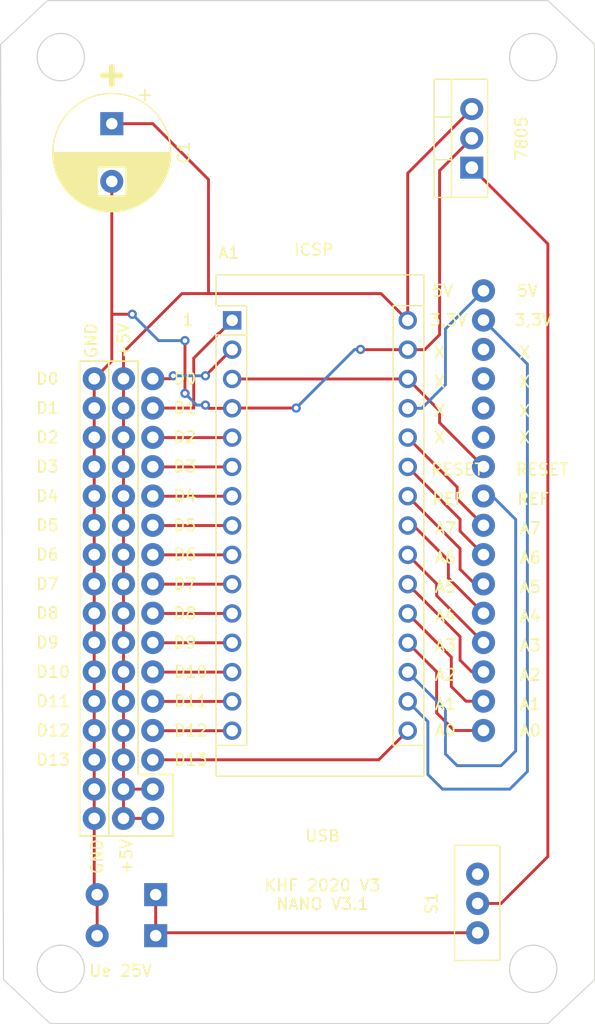
<source format=kicad_pcb>
(kicad_pcb (version 20171130) (host pcbnew "(5.1.6)-1")

  (general
    (thickness 1.6)
    (drawings 91)
    (tracks 167)
    (zones 0)
    (modules 10)
    (nets 36)
  )

  (page A4)
  (layers
    (0 F.Cu signal)
    (31 B.Cu signal)
    (32 B.Adhes user)
    (33 F.Adhes user)
    (34 B.Paste user)
    (35 F.Paste user)
    (36 B.SilkS user)
    (37 F.SilkS user)
    (38 B.Mask user)
    (39 F.Mask user)
    (40 Dwgs.User user)
    (41 Cmts.User user)
    (42 Eco1.User user)
    (43 Eco2.User user)
    (44 Edge.Cuts user)
    (45 Margin user)
    (46 B.CrtYd user)
    (47 F.CrtYd user)
    (48 B.Fab user)
    (49 F.Fab user)
  )

  (setup
    (last_trace_width 0.25)
    (trace_clearance 0.2)
    (zone_clearance 0.508)
    (zone_45_only no)
    (trace_min 0.2)
    (via_size 0.8)
    (via_drill 0.4)
    (via_min_size 0.4)
    (via_min_drill 0.3)
    (uvia_size 0.3)
    (uvia_drill 0.1)
    (uvias_allowed no)
    (uvia_min_size 0.2)
    (uvia_min_drill 0.1)
    (edge_width 0.1)
    (segment_width 0.2)
    (pcb_text_width 0.3)
    (pcb_text_size 1.5 1.5)
    (mod_edge_width 0.15)
    (mod_text_size 1 1)
    (mod_text_width 0.15)
    (pad_size 2 2)
    (pad_drill 1)
    (pad_to_mask_clearance 0)
    (aux_axis_origin 0 0)
    (visible_elements 7FFFFFFF)
    (pcbplotparams
      (layerselection 0x010fc_ffffffff)
      (usegerberextensions false)
      (usegerberattributes true)
      (usegerberadvancedattributes true)
      (creategerberjobfile true)
      (excludeedgelayer true)
      (linewidth 0.100000)
      (plotframeref false)
      (viasonmask false)
      (mode 1)
      (useauxorigin false)
      (hpglpennumber 1)
      (hpglpenspeed 20)
      (hpglpendiameter 15.000000)
      (psnegative false)
      (psa4output false)
      (plotreference true)
      (plotvalue true)
      (plotinvisibletext false)
      (padsonsilk false)
      (subtractmaskfromsilk false)
      (outputformat 1)
      (mirror false)
      (drillshape 0)
      (scaleselection 1)
      (outputdirectory "../../gerber/NANO_V3/"))
  )

  (net 0 "")
  (net 1 "Net-(A1-Pad1)")
  (net 2 "Net-(A1-Pad17)")
  (net 3 "Net-(A1-Pad2)")
  (net 4 "Net-(A1-Pad18)")
  (net 5 "Net-(A1-Pad28)")
  (net 6 "Net-(A1-Pad19)")
  (net 7 "Net-(A1-Pad29)")
  (net 8 "Net-(A1-Pad20)")
  (net 9 "Net-(A1-Pad5)")
  (net 10 "Net-(A1-Pad21)")
  (net 11 "Net-(A1-Pad6)")
  (net 12 "Net-(A1-Pad22)")
  (net 13 "Net-(A1-Pad7)")
  (net 14 "Net-(A1-Pad23)")
  (net 15 "Net-(A1-Pad8)")
  (net 16 "Net-(A1-Pad24)")
  (net 17 "Net-(A1-Pad9)")
  (net 18 "Net-(A1-Pad25)")
  (net 19 "Net-(A1-Pad10)")
  (net 20 "Net-(A1-Pad26)")
  (net 21 "Net-(A1-Pad11)")
  (net 22 "Net-(A1-Pad27)")
  (net 23 "Net-(A1-Pad12)")
  (net 24 "Net-(A1-Pad13)")
  (net 25 "Net-(A1-Pad14)")
  (net 26 "Net-(A1-Pad30)")
  (net 27 "Net-(A1-Pad15)")
  (net 28 "Net-(A1-Pad16)")
  (net 29 "Net-(J4-Pad11)")
  (net 30 "Net-(J4-Pad12)")
  (net 31 "Net-(J4-Pad13)")
  (net 32 "Net-(J4-Pad14)")
  (net 33 "Net-(S1-Pad1)")
  (net 34 "Net-(S1-Pad2)")
  (net 35 "Net-(S1-Pad3)")

  (net_class Default "Dies ist die voreingestellte Netzklasse."
    (clearance 0.2)
    (trace_width 0.25)
    (via_dia 0.8)
    (via_drill 0.4)
    (uvia_dia 0.3)
    (uvia_drill 0.1)
    (add_net "Net-(A1-Pad1)")
    (add_net "Net-(A1-Pad10)")
    (add_net "Net-(A1-Pad11)")
    (add_net "Net-(A1-Pad12)")
    (add_net "Net-(A1-Pad13)")
    (add_net "Net-(A1-Pad14)")
    (add_net "Net-(A1-Pad15)")
    (add_net "Net-(A1-Pad16)")
    (add_net "Net-(A1-Pad17)")
    (add_net "Net-(A1-Pad18)")
    (add_net "Net-(A1-Pad19)")
    (add_net "Net-(A1-Pad2)")
    (add_net "Net-(A1-Pad20)")
    (add_net "Net-(A1-Pad21)")
    (add_net "Net-(A1-Pad22)")
    (add_net "Net-(A1-Pad23)")
    (add_net "Net-(A1-Pad24)")
    (add_net "Net-(A1-Pad25)")
    (add_net "Net-(A1-Pad26)")
    (add_net "Net-(A1-Pad27)")
    (add_net "Net-(A1-Pad28)")
    (add_net "Net-(A1-Pad29)")
    (add_net "Net-(A1-Pad30)")
    (add_net "Net-(A1-Pad5)")
    (add_net "Net-(A1-Pad6)")
    (add_net "Net-(A1-Pad7)")
    (add_net "Net-(A1-Pad8)")
    (add_net "Net-(A1-Pad9)")
    (add_net "Net-(J4-Pad11)")
    (add_net "Net-(J4-Pad12)")
    (add_net "Net-(J4-Pad13)")
    (add_net "Net-(J4-Pad14)")
    (add_net "Net-(S1-Pad1)")
    (add_net "Net-(S1-Pad2)")
    (add_net "Net-(S1-Pad3)")
  )

  (module KHF_LIB:NANO_Stift_16PIN (layer F.Cu) (tedit 5FA541F1) (tstamp 5FA5A595)
    (at 125.984 70.866 270)
    (descr NANO_Stift_16PIN)
    (tags "connector TE 826576 vertical")
    (path /5FEB9625)
    (fp_text reference J3 (at 38.1 -0.254 90) (layer Dwgs.User)
      (effects (font (size 1 1) (thickness 0.15)))
    )
    (fp_text value NANO16PINStiftleiste (at -8.89 0 90) (layer F.Fab)
      (effects (font (size 1 1) (thickness 0.15)))
    )
    (fp_text user %R (at 44.704 4.826 90) (layer F.Fab)
      (effects (font (size 1 1) (thickness 0.15)))
    )
    (pad 16 thru_hole circle (at 38.1 0 270) (size 2 2) (drill 1) (layers *.Cu *.Mask)
      (net 26 "Net-(A1-Pad30)"))
    (pad 15 thru_hole circle (at 35.56 0 270) (size 2 2) (drill 1) (layers *.Cu *.Mask)
      (net 26 "Net-(A1-Pad30)"))
    (pad 14 thru_hole circle (at 33.02 0 270) (size 2 2) (drill 1) (layers *.Cu *.Mask)
      (net 28 "Net-(A1-Pad16)"))
    (pad 13 thru_hole circle (at 30.48 0 270) (size 2 2) (drill 1) (layers *.Cu *.Mask)
      (net 27 "Net-(A1-Pad15)"))
    (pad 12 thru_hole circle (at 27.94 0 270) (size 2 2) (drill 1) (layers *.Cu *.Mask)
      (net 25 "Net-(A1-Pad14)"))
    (pad 11 thru_hole circle (at 25.4 0 270) (size 2 2) (drill 1) (layers *.Cu *.Mask)
      (net 24 "Net-(A1-Pad13)"))
    (pad 10 thru_hole circle (at 22.86 0 270) (size 2 2) (drill 1) (layers *.Cu *.Mask)
      (net 23 "Net-(A1-Pad12)"))
    (pad 9 thru_hole circle (at 20.32 0 270) (size 2 2) (drill 1) (layers *.Cu *.Mask)
      (net 21 "Net-(A1-Pad11)"))
    (pad 8 thru_hole circle (at 17.78 0 270) (size 2 2) (drill 1) (layers *.Cu *.Mask)
      (net 19 "Net-(A1-Pad10)"))
    (pad 7 thru_hole circle (at 15.24 0 270) (size 2 2) (drill 1) (layers *.Cu *.Mask)
      (net 17 "Net-(A1-Pad9)"))
    (pad 6 thru_hole circle (at 12.7 0 270) (size 2 2) (drill 1) (layers *.Cu *.Mask)
      (net 15 "Net-(A1-Pad8)"))
    (pad 5 thru_hole circle (at 10.16 0 270) (size 2 2) (drill 1) (layers *.Cu *.Mask)
      (net 13 "Net-(A1-Pad7)"))
    (pad 4 thru_hole circle (at 7.62 0 270) (size 2 2) (drill 1) (layers *.Cu *.Mask)
      (net 11 "Net-(A1-Pad6)"))
    (pad 3 thru_hole circle (at 5.08 0 270) (size 2 2) (drill 1) (layers *.Cu *.Mask)
      (net 9 "Net-(A1-Pad5)"))
    (pad 2 thru_hole circle (at 2.54 0 270) (size 2 2) (drill 1) (layers *.Cu *.Mask)
      (net 1 "Net-(A1-Pad1)"))
    (pad 1 thru_hole circle (at 0 0 270) (size 2 2) (drill 1) (layers *.Cu *.Mask)
      (net 3 "Net-(A1-Pad2)"))
    (model ${KISYS3DMOD}/Connector_TE-Connectivity.3dshapes/TE_1-826576-6_1x16_P3.96mm_Vertical.wrl
      (at (xyz 0 0 0))
      (scale (xyz 1 1 1))
      (rotate (xyz 0 0 0))
    )
  )

  (module KHF_LIB:9VBAT_khf (layer F.Cu) (tedit 5FA537F4) (tstamp 5FA5A899)
    (at 121.158 119.126)
    (descr "9V Bat")
    (path /5F786F8E)
    (fp_text reference U3 (at 0 0.254) (layer Dwgs.User)
      (effects (font (size 1 1) (thickness 0.15)))
    )
    (fp_text value 9VBat (at 2.794 0) (layer Dwgs.User)
      (effects (font (size 1 1) (thickness 0.15)))
    )
    (pad 2 thru_hole rect (at 5.08 0) (size 2 2) (drill 1) (layers *.Cu *.Mask)
      (net 33 "Net-(S1-Pad1)"))
    (pad 1 thru_hole circle (at 0 0) (size 2 2) (drill 1) (layers *.Cu *.Mask)
      (net 7 "Net-(A1-Pad29)"))
  )

  (module Module:Arduino_Nano (layer F.Cu) (tedit 58ACAF70) (tstamp 5FA599C5)
    (at 132.873001 65.807001)
    (descr "Arduino Nano, http://www.mouser.com/pdfdocs/Gravitech_Arduino_Nano3_0.pdf")
    (tags "Arduino Nano")
    (path /5F78454D)
    (fp_text reference A1 (at -0.285001 -5.863001) (layer F.SilkS)
      (effects (font (size 1 1) (thickness 0.15)))
    )
    (fp_text value Arduino_Nano_v3.x (at 8.89 19.05 90) (layer F.Fab)
      (effects (font (size 1 1) (thickness 0.15)))
    )
    (fp_line (start 16.75 42.16) (end -1.53 42.16) (layer F.CrtYd) (width 0.05))
    (fp_line (start 16.75 42.16) (end 16.75 -4.06) (layer F.CrtYd) (width 0.05))
    (fp_line (start -1.53 -4.06) (end -1.53 42.16) (layer F.CrtYd) (width 0.05))
    (fp_line (start -1.53 -4.06) (end 16.75 -4.06) (layer F.CrtYd) (width 0.05))
    (fp_line (start 16.51 -3.81) (end 16.51 39.37) (layer F.Fab) (width 0.1))
    (fp_line (start 0 -3.81) (end 16.51 -3.81) (layer F.Fab) (width 0.1))
    (fp_line (start -1.27 -2.54) (end 0 -3.81) (layer F.Fab) (width 0.1))
    (fp_line (start -1.27 39.37) (end -1.27 -2.54) (layer F.Fab) (width 0.1))
    (fp_line (start 16.51 39.37) (end -1.27 39.37) (layer F.Fab) (width 0.1))
    (fp_line (start 16.64 -3.94) (end -1.4 -3.94) (layer F.SilkS) (width 0.12))
    (fp_line (start 16.64 39.5) (end 16.64 -3.94) (layer F.SilkS) (width 0.12))
    (fp_line (start -1.4 39.5) (end 16.64 39.5) (layer F.SilkS) (width 0.12))
    (fp_line (start 3.81 41.91) (end 3.81 31.75) (layer F.Fab) (width 0.1))
    (fp_line (start 11.43 41.91) (end 3.81 41.91) (layer F.Fab) (width 0.1))
    (fp_line (start 11.43 31.75) (end 11.43 41.91) (layer F.Fab) (width 0.1))
    (fp_line (start 3.81 31.75) (end 11.43 31.75) (layer F.Fab) (width 0.1))
    (fp_line (start 1.27 36.83) (end -1.4 36.83) (layer F.SilkS) (width 0.12))
    (fp_line (start 1.27 1.27) (end 1.27 36.83) (layer F.SilkS) (width 0.12))
    (fp_line (start 1.27 1.27) (end -1.4 1.27) (layer F.SilkS) (width 0.12))
    (fp_line (start 13.97 36.83) (end 16.64 36.83) (layer F.SilkS) (width 0.12))
    (fp_line (start 13.97 -1.27) (end 13.97 36.83) (layer F.SilkS) (width 0.12))
    (fp_line (start 13.97 -1.27) (end 16.64 -1.27) (layer F.SilkS) (width 0.12))
    (fp_line (start -1.4 -3.94) (end -1.4 -1.27) (layer F.SilkS) (width 0.12))
    (fp_line (start -1.4 1.27) (end -1.4 39.5) (layer F.SilkS) (width 0.12))
    (fp_line (start 1.27 -1.27) (end -1.4 -1.27) (layer F.SilkS) (width 0.12))
    (fp_line (start 1.27 1.27) (end 1.27 -1.27) (layer F.SilkS) (width 0.12))
    (fp_text user %R (at 6.35 19.05 90) (layer F.Fab)
      (effects (font (size 1 1) (thickness 0.15)))
    )
    (pad 1 thru_hole rect (at 0 0) (size 1.6 1.6) (drill 1) (layers *.Cu *.Mask)
      (net 1 "Net-(A1-Pad1)"))
    (pad 17 thru_hole oval (at 15.24 33.02) (size 1.6 1.6) (drill 1) (layers *.Cu *.Mask)
      (net 2 "Net-(A1-Pad17)"))
    (pad 2 thru_hole oval (at 0 2.54) (size 1.6 1.6) (drill 1) (layers *.Cu *.Mask)
      (net 3 "Net-(A1-Pad2)"))
    (pad 18 thru_hole oval (at 15.24 30.48) (size 1.6 1.6) (drill 1) (layers *.Cu *.Mask)
      (net 4 "Net-(A1-Pad18)"))
    (pad 3 thru_hole oval (at 0 5.08) (size 1.6 1.6) (drill 1) (layers *.Cu *.Mask)
      (net 5 "Net-(A1-Pad28)"))
    (pad 19 thru_hole oval (at 15.24 27.94) (size 1.6 1.6) (drill 1) (layers *.Cu *.Mask)
      (net 6 "Net-(A1-Pad19)"))
    (pad 4 thru_hole oval (at 0 7.62) (size 1.6 1.6) (drill 1) (layers *.Cu *.Mask)
      (net 7 "Net-(A1-Pad29)"))
    (pad 20 thru_hole oval (at 15.24 25.4) (size 1.6 1.6) (drill 1) (layers *.Cu *.Mask)
      (net 8 "Net-(A1-Pad20)"))
    (pad 5 thru_hole oval (at 0 10.16) (size 1.6 1.6) (drill 1) (layers *.Cu *.Mask)
      (net 9 "Net-(A1-Pad5)"))
    (pad 21 thru_hole oval (at 15.24 22.86) (size 1.6 1.6) (drill 1) (layers *.Cu *.Mask)
      (net 10 "Net-(A1-Pad21)"))
    (pad 6 thru_hole oval (at 0 12.7) (size 1.6 1.6) (drill 1) (layers *.Cu *.Mask)
      (net 11 "Net-(A1-Pad6)"))
    (pad 22 thru_hole oval (at 15.24 20.32) (size 1.6 1.6) (drill 1) (layers *.Cu *.Mask)
      (net 12 "Net-(A1-Pad22)"))
    (pad 7 thru_hole oval (at 0 15.24) (size 1.6 1.6) (drill 1) (layers *.Cu *.Mask)
      (net 13 "Net-(A1-Pad7)"))
    (pad 23 thru_hole oval (at 15.24 17.78) (size 1.6 1.6) (drill 1) (layers *.Cu *.Mask)
      (net 14 "Net-(A1-Pad23)"))
    (pad 8 thru_hole oval (at 0 17.78) (size 1.6 1.6) (drill 1) (layers *.Cu *.Mask)
      (net 15 "Net-(A1-Pad8)"))
    (pad 24 thru_hole oval (at 15.24 15.24) (size 1.6 1.6) (drill 1) (layers *.Cu *.Mask)
      (net 16 "Net-(A1-Pad24)"))
    (pad 9 thru_hole oval (at 0 20.32) (size 1.6 1.6) (drill 1) (layers *.Cu *.Mask)
      (net 17 "Net-(A1-Pad9)"))
    (pad 25 thru_hole oval (at 15.24 12.7) (size 1.6 1.6) (drill 1) (layers *.Cu *.Mask)
      (net 18 "Net-(A1-Pad25)"))
    (pad 10 thru_hole oval (at 0 22.86) (size 1.6 1.6) (drill 1) (layers *.Cu *.Mask)
      (net 19 "Net-(A1-Pad10)"))
    (pad 26 thru_hole oval (at 15.24 10.16) (size 1.6 1.6) (drill 1) (layers *.Cu *.Mask)
      (net 20 "Net-(A1-Pad26)"))
    (pad 11 thru_hole oval (at 0 25.4) (size 1.6 1.6) (drill 1) (layers *.Cu *.Mask)
      (net 21 "Net-(A1-Pad11)"))
    (pad 27 thru_hole oval (at 15.24 7.62) (size 1.6 1.6) (drill 1) (layers *.Cu *.Mask)
      (net 22 "Net-(A1-Pad27)"))
    (pad 12 thru_hole oval (at 0 27.94) (size 1.6 1.6) (drill 1) (layers *.Cu *.Mask)
      (net 23 "Net-(A1-Pad12)"))
    (pad 28 thru_hole oval (at 15.24 5.08) (size 1.6 1.6) (drill 1) (layers *.Cu *.Mask)
      (net 5 "Net-(A1-Pad28)"))
    (pad 13 thru_hole oval (at 0 30.48) (size 1.6 1.6) (drill 1) (layers *.Cu *.Mask)
      (net 24 "Net-(A1-Pad13)"))
    (pad 29 thru_hole oval (at 15.24 2.54) (size 1.6 1.6) (drill 1) (layers *.Cu *.Mask)
      (net 7 "Net-(A1-Pad29)"))
    (pad 14 thru_hole oval (at 0 33.02) (size 1.6 1.6) (drill 1) (layers *.Cu *.Mask)
      (net 25 "Net-(A1-Pad14)"))
    (pad 30 thru_hole oval (at 15.24 0) (size 1.6 1.6) (drill 1) (layers *.Cu *.Mask)
      (net 26 "Net-(A1-Pad30)"))
    (pad 15 thru_hole oval (at 0 35.56) (size 1.6 1.6) (drill 1) (layers *.Cu *.Mask)
      (net 27 "Net-(A1-Pad15)"))
    (pad 16 thru_hole oval (at 15.24 35.56) (size 1.6 1.6) (drill 1) (layers *.Cu *.Mask)
      (net 28 "Net-(A1-Pad16)"))
    (model ${KISYS3DMOD}/Module.3dshapes/Arduino_Nano_WithMountingHoles.wrl
      (at (xyz 0 0 0))
      (scale (xyz 1 1 1))
      (rotate (xyz 0 0 0))
    )
  )

  (module Capacitor_THT:CP_Radial_D10.0mm_P5.00mm (layer F.Cu) (tedit 5AE50EF1) (tstamp 5FA59A91)
    (at 122.428 48.768 270)
    (descr "CP, Radial series, Radial, pin pitch=5.00mm, , diameter=10mm, Electrolytic Capacitor")
    (tags "CP Radial series Radial pin pitch 5.00mm  diameter 10mm Electrolytic Capacitor")
    (path /5FA59094)
    (fp_text reference C1 (at 2.5 -6.25 90) (layer F.SilkS)
      (effects (font (size 1 1) (thickness 0.15)))
    )
    (fp_text value CAP (at 2.5 6.25 90) (layer F.Fab)
      (effects (font (size 1 1) (thickness 0.15)))
    )
    (fp_line (start -2.479646 -3.375) (end -2.479646 -2.375) (layer F.SilkS) (width 0.12))
    (fp_line (start -2.979646 -2.875) (end -1.979646 -2.875) (layer F.SilkS) (width 0.12))
    (fp_line (start 7.581 -0.599) (end 7.581 0.599) (layer F.SilkS) (width 0.12))
    (fp_line (start 7.541 -0.862) (end 7.541 0.862) (layer F.SilkS) (width 0.12))
    (fp_line (start 7.501 -1.062) (end 7.501 1.062) (layer F.SilkS) (width 0.12))
    (fp_line (start 7.461 -1.23) (end 7.461 1.23) (layer F.SilkS) (width 0.12))
    (fp_line (start 7.421 -1.378) (end 7.421 1.378) (layer F.SilkS) (width 0.12))
    (fp_line (start 7.381 -1.51) (end 7.381 1.51) (layer F.SilkS) (width 0.12))
    (fp_line (start 7.341 -1.63) (end 7.341 1.63) (layer F.SilkS) (width 0.12))
    (fp_line (start 7.301 -1.742) (end 7.301 1.742) (layer F.SilkS) (width 0.12))
    (fp_line (start 7.261 -1.846) (end 7.261 1.846) (layer F.SilkS) (width 0.12))
    (fp_line (start 7.221 -1.944) (end 7.221 1.944) (layer F.SilkS) (width 0.12))
    (fp_line (start 7.181 -2.037) (end 7.181 2.037) (layer F.SilkS) (width 0.12))
    (fp_line (start 7.141 -2.125) (end 7.141 2.125) (layer F.SilkS) (width 0.12))
    (fp_line (start 7.101 -2.209) (end 7.101 2.209) (layer F.SilkS) (width 0.12))
    (fp_line (start 7.061 -2.289) (end 7.061 2.289) (layer F.SilkS) (width 0.12))
    (fp_line (start 7.021 -2.365) (end 7.021 2.365) (layer F.SilkS) (width 0.12))
    (fp_line (start 6.981 -2.439) (end 6.981 2.439) (layer F.SilkS) (width 0.12))
    (fp_line (start 6.941 -2.51) (end 6.941 2.51) (layer F.SilkS) (width 0.12))
    (fp_line (start 6.901 -2.579) (end 6.901 2.579) (layer F.SilkS) (width 0.12))
    (fp_line (start 6.861 -2.645) (end 6.861 2.645) (layer F.SilkS) (width 0.12))
    (fp_line (start 6.821 -2.709) (end 6.821 2.709) (layer F.SilkS) (width 0.12))
    (fp_line (start 6.781 -2.77) (end 6.781 2.77) (layer F.SilkS) (width 0.12))
    (fp_line (start 6.741 -2.83) (end 6.741 2.83) (layer F.SilkS) (width 0.12))
    (fp_line (start 6.701 -2.889) (end 6.701 2.889) (layer F.SilkS) (width 0.12))
    (fp_line (start 6.661 -2.945) (end 6.661 2.945) (layer F.SilkS) (width 0.12))
    (fp_line (start 6.621 -3) (end 6.621 3) (layer F.SilkS) (width 0.12))
    (fp_line (start 6.581 -3.054) (end 6.581 3.054) (layer F.SilkS) (width 0.12))
    (fp_line (start 6.541 -3.106) (end 6.541 3.106) (layer F.SilkS) (width 0.12))
    (fp_line (start 6.501 -3.156) (end 6.501 3.156) (layer F.SilkS) (width 0.12))
    (fp_line (start 6.461 -3.206) (end 6.461 3.206) (layer F.SilkS) (width 0.12))
    (fp_line (start 6.421 -3.254) (end 6.421 3.254) (layer F.SilkS) (width 0.12))
    (fp_line (start 6.381 -3.301) (end 6.381 3.301) (layer F.SilkS) (width 0.12))
    (fp_line (start 6.341 -3.347) (end 6.341 3.347) (layer F.SilkS) (width 0.12))
    (fp_line (start 6.301 -3.392) (end 6.301 3.392) (layer F.SilkS) (width 0.12))
    (fp_line (start 6.261 -3.436) (end 6.261 3.436) (layer F.SilkS) (width 0.12))
    (fp_line (start 6.221 1.241) (end 6.221 3.478) (layer F.SilkS) (width 0.12))
    (fp_line (start 6.221 -3.478) (end 6.221 -1.241) (layer F.SilkS) (width 0.12))
    (fp_line (start 6.181 1.241) (end 6.181 3.52) (layer F.SilkS) (width 0.12))
    (fp_line (start 6.181 -3.52) (end 6.181 -1.241) (layer F.SilkS) (width 0.12))
    (fp_line (start 6.141 1.241) (end 6.141 3.561) (layer F.SilkS) (width 0.12))
    (fp_line (start 6.141 -3.561) (end 6.141 -1.241) (layer F.SilkS) (width 0.12))
    (fp_line (start 6.101 1.241) (end 6.101 3.601) (layer F.SilkS) (width 0.12))
    (fp_line (start 6.101 -3.601) (end 6.101 -1.241) (layer F.SilkS) (width 0.12))
    (fp_line (start 6.061 1.241) (end 6.061 3.64) (layer F.SilkS) (width 0.12))
    (fp_line (start 6.061 -3.64) (end 6.061 -1.241) (layer F.SilkS) (width 0.12))
    (fp_line (start 6.021 1.241) (end 6.021 3.679) (layer F.SilkS) (width 0.12))
    (fp_line (start 6.021 -3.679) (end 6.021 -1.241) (layer F.SilkS) (width 0.12))
    (fp_line (start 5.981 1.241) (end 5.981 3.716) (layer F.SilkS) (width 0.12))
    (fp_line (start 5.981 -3.716) (end 5.981 -1.241) (layer F.SilkS) (width 0.12))
    (fp_line (start 5.941 1.241) (end 5.941 3.753) (layer F.SilkS) (width 0.12))
    (fp_line (start 5.941 -3.753) (end 5.941 -1.241) (layer F.SilkS) (width 0.12))
    (fp_line (start 5.901 1.241) (end 5.901 3.789) (layer F.SilkS) (width 0.12))
    (fp_line (start 5.901 -3.789) (end 5.901 -1.241) (layer F.SilkS) (width 0.12))
    (fp_line (start 5.861 1.241) (end 5.861 3.824) (layer F.SilkS) (width 0.12))
    (fp_line (start 5.861 -3.824) (end 5.861 -1.241) (layer F.SilkS) (width 0.12))
    (fp_line (start 5.821 1.241) (end 5.821 3.858) (layer F.SilkS) (width 0.12))
    (fp_line (start 5.821 -3.858) (end 5.821 -1.241) (layer F.SilkS) (width 0.12))
    (fp_line (start 5.781 1.241) (end 5.781 3.892) (layer F.SilkS) (width 0.12))
    (fp_line (start 5.781 -3.892) (end 5.781 -1.241) (layer F.SilkS) (width 0.12))
    (fp_line (start 5.741 1.241) (end 5.741 3.925) (layer F.SilkS) (width 0.12))
    (fp_line (start 5.741 -3.925) (end 5.741 -1.241) (layer F.SilkS) (width 0.12))
    (fp_line (start 5.701 1.241) (end 5.701 3.957) (layer F.SilkS) (width 0.12))
    (fp_line (start 5.701 -3.957) (end 5.701 -1.241) (layer F.SilkS) (width 0.12))
    (fp_line (start 5.661 1.241) (end 5.661 3.989) (layer F.SilkS) (width 0.12))
    (fp_line (start 5.661 -3.989) (end 5.661 -1.241) (layer F.SilkS) (width 0.12))
    (fp_line (start 5.621 1.241) (end 5.621 4.02) (layer F.SilkS) (width 0.12))
    (fp_line (start 5.621 -4.02) (end 5.621 -1.241) (layer F.SilkS) (width 0.12))
    (fp_line (start 5.581 1.241) (end 5.581 4.05) (layer F.SilkS) (width 0.12))
    (fp_line (start 5.581 -4.05) (end 5.581 -1.241) (layer F.SilkS) (width 0.12))
    (fp_line (start 5.541 1.241) (end 5.541 4.08) (layer F.SilkS) (width 0.12))
    (fp_line (start 5.541 -4.08) (end 5.541 -1.241) (layer F.SilkS) (width 0.12))
    (fp_line (start 5.501 1.241) (end 5.501 4.11) (layer F.SilkS) (width 0.12))
    (fp_line (start 5.501 -4.11) (end 5.501 -1.241) (layer F.SilkS) (width 0.12))
    (fp_line (start 5.461 1.241) (end 5.461 4.138) (layer F.SilkS) (width 0.12))
    (fp_line (start 5.461 -4.138) (end 5.461 -1.241) (layer F.SilkS) (width 0.12))
    (fp_line (start 5.421 1.241) (end 5.421 4.166) (layer F.SilkS) (width 0.12))
    (fp_line (start 5.421 -4.166) (end 5.421 -1.241) (layer F.SilkS) (width 0.12))
    (fp_line (start 5.381 1.241) (end 5.381 4.194) (layer F.SilkS) (width 0.12))
    (fp_line (start 5.381 -4.194) (end 5.381 -1.241) (layer F.SilkS) (width 0.12))
    (fp_line (start 5.341 1.241) (end 5.341 4.221) (layer F.SilkS) (width 0.12))
    (fp_line (start 5.341 -4.221) (end 5.341 -1.241) (layer F.SilkS) (width 0.12))
    (fp_line (start 5.301 1.241) (end 5.301 4.247) (layer F.SilkS) (width 0.12))
    (fp_line (start 5.301 -4.247) (end 5.301 -1.241) (layer F.SilkS) (width 0.12))
    (fp_line (start 5.261 1.241) (end 5.261 4.273) (layer F.SilkS) (width 0.12))
    (fp_line (start 5.261 -4.273) (end 5.261 -1.241) (layer F.SilkS) (width 0.12))
    (fp_line (start 5.221 1.241) (end 5.221 4.298) (layer F.SilkS) (width 0.12))
    (fp_line (start 5.221 -4.298) (end 5.221 -1.241) (layer F.SilkS) (width 0.12))
    (fp_line (start 5.181 1.241) (end 5.181 4.323) (layer F.SilkS) (width 0.12))
    (fp_line (start 5.181 -4.323) (end 5.181 -1.241) (layer F.SilkS) (width 0.12))
    (fp_line (start 5.141 1.241) (end 5.141 4.347) (layer F.SilkS) (width 0.12))
    (fp_line (start 5.141 -4.347) (end 5.141 -1.241) (layer F.SilkS) (width 0.12))
    (fp_line (start 5.101 1.241) (end 5.101 4.371) (layer F.SilkS) (width 0.12))
    (fp_line (start 5.101 -4.371) (end 5.101 -1.241) (layer F.SilkS) (width 0.12))
    (fp_line (start 5.061 1.241) (end 5.061 4.395) (layer F.SilkS) (width 0.12))
    (fp_line (start 5.061 -4.395) (end 5.061 -1.241) (layer F.SilkS) (width 0.12))
    (fp_line (start 5.021 1.241) (end 5.021 4.417) (layer F.SilkS) (width 0.12))
    (fp_line (start 5.021 -4.417) (end 5.021 -1.241) (layer F.SilkS) (width 0.12))
    (fp_line (start 4.981 1.241) (end 4.981 4.44) (layer F.SilkS) (width 0.12))
    (fp_line (start 4.981 -4.44) (end 4.981 -1.241) (layer F.SilkS) (width 0.12))
    (fp_line (start 4.941 1.241) (end 4.941 4.462) (layer F.SilkS) (width 0.12))
    (fp_line (start 4.941 -4.462) (end 4.941 -1.241) (layer F.SilkS) (width 0.12))
    (fp_line (start 4.901 1.241) (end 4.901 4.483) (layer F.SilkS) (width 0.12))
    (fp_line (start 4.901 -4.483) (end 4.901 -1.241) (layer F.SilkS) (width 0.12))
    (fp_line (start 4.861 1.241) (end 4.861 4.504) (layer F.SilkS) (width 0.12))
    (fp_line (start 4.861 -4.504) (end 4.861 -1.241) (layer F.SilkS) (width 0.12))
    (fp_line (start 4.821 1.241) (end 4.821 4.525) (layer F.SilkS) (width 0.12))
    (fp_line (start 4.821 -4.525) (end 4.821 -1.241) (layer F.SilkS) (width 0.12))
    (fp_line (start 4.781 1.241) (end 4.781 4.545) (layer F.SilkS) (width 0.12))
    (fp_line (start 4.781 -4.545) (end 4.781 -1.241) (layer F.SilkS) (width 0.12))
    (fp_line (start 4.741 1.241) (end 4.741 4.564) (layer F.SilkS) (width 0.12))
    (fp_line (start 4.741 -4.564) (end 4.741 -1.241) (layer F.SilkS) (width 0.12))
    (fp_line (start 4.701 1.241) (end 4.701 4.584) (layer F.SilkS) (width 0.12))
    (fp_line (start 4.701 -4.584) (end 4.701 -1.241) (layer F.SilkS) (width 0.12))
    (fp_line (start 4.661 1.241) (end 4.661 4.603) (layer F.SilkS) (width 0.12))
    (fp_line (start 4.661 -4.603) (end 4.661 -1.241) (layer F.SilkS) (width 0.12))
    (fp_line (start 4.621 1.241) (end 4.621 4.621) (layer F.SilkS) (width 0.12))
    (fp_line (start 4.621 -4.621) (end 4.621 -1.241) (layer F.SilkS) (width 0.12))
    (fp_line (start 4.581 1.241) (end 4.581 4.639) (layer F.SilkS) (width 0.12))
    (fp_line (start 4.581 -4.639) (end 4.581 -1.241) (layer F.SilkS) (width 0.12))
    (fp_line (start 4.541 1.241) (end 4.541 4.657) (layer F.SilkS) (width 0.12))
    (fp_line (start 4.541 -4.657) (end 4.541 -1.241) (layer F.SilkS) (width 0.12))
    (fp_line (start 4.501 1.241) (end 4.501 4.674) (layer F.SilkS) (width 0.12))
    (fp_line (start 4.501 -4.674) (end 4.501 -1.241) (layer F.SilkS) (width 0.12))
    (fp_line (start 4.461 1.241) (end 4.461 4.69) (layer F.SilkS) (width 0.12))
    (fp_line (start 4.461 -4.69) (end 4.461 -1.241) (layer F.SilkS) (width 0.12))
    (fp_line (start 4.421 1.241) (end 4.421 4.707) (layer F.SilkS) (width 0.12))
    (fp_line (start 4.421 -4.707) (end 4.421 -1.241) (layer F.SilkS) (width 0.12))
    (fp_line (start 4.381 1.241) (end 4.381 4.723) (layer F.SilkS) (width 0.12))
    (fp_line (start 4.381 -4.723) (end 4.381 -1.241) (layer F.SilkS) (width 0.12))
    (fp_line (start 4.341 1.241) (end 4.341 4.738) (layer F.SilkS) (width 0.12))
    (fp_line (start 4.341 -4.738) (end 4.341 -1.241) (layer F.SilkS) (width 0.12))
    (fp_line (start 4.301 1.241) (end 4.301 4.754) (layer F.SilkS) (width 0.12))
    (fp_line (start 4.301 -4.754) (end 4.301 -1.241) (layer F.SilkS) (width 0.12))
    (fp_line (start 4.261 1.241) (end 4.261 4.768) (layer F.SilkS) (width 0.12))
    (fp_line (start 4.261 -4.768) (end 4.261 -1.241) (layer F.SilkS) (width 0.12))
    (fp_line (start 4.221 1.241) (end 4.221 4.783) (layer F.SilkS) (width 0.12))
    (fp_line (start 4.221 -4.783) (end 4.221 -1.241) (layer F.SilkS) (width 0.12))
    (fp_line (start 4.181 1.241) (end 4.181 4.797) (layer F.SilkS) (width 0.12))
    (fp_line (start 4.181 -4.797) (end 4.181 -1.241) (layer F.SilkS) (width 0.12))
    (fp_line (start 4.141 1.241) (end 4.141 4.811) (layer F.SilkS) (width 0.12))
    (fp_line (start 4.141 -4.811) (end 4.141 -1.241) (layer F.SilkS) (width 0.12))
    (fp_line (start 4.101 1.241) (end 4.101 4.824) (layer F.SilkS) (width 0.12))
    (fp_line (start 4.101 -4.824) (end 4.101 -1.241) (layer F.SilkS) (width 0.12))
    (fp_line (start 4.061 1.241) (end 4.061 4.837) (layer F.SilkS) (width 0.12))
    (fp_line (start 4.061 -4.837) (end 4.061 -1.241) (layer F.SilkS) (width 0.12))
    (fp_line (start 4.021 1.241) (end 4.021 4.85) (layer F.SilkS) (width 0.12))
    (fp_line (start 4.021 -4.85) (end 4.021 -1.241) (layer F.SilkS) (width 0.12))
    (fp_line (start 3.981 1.241) (end 3.981 4.862) (layer F.SilkS) (width 0.12))
    (fp_line (start 3.981 -4.862) (end 3.981 -1.241) (layer F.SilkS) (width 0.12))
    (fp_line (start 3.941 1.241) (end 3.941 4.874) (layer F.SilkS) (width 0.12))
    (fp_line (start 3.941 -4.874) (end 3.941 -1.241) (layer F.SilkS) (width 0.12))
    (fp_line (start 3.901 1.241) (end 3.901 4.885) (layer F.SilkS) (width 0.12))
    (fp_line (start 3.901 -4.885) (end 3.901 -1.241) (layer F.SilkS) (width 0.12))
    (fp_line (start 3.861 1.241) (end 3.861 4.897) (layer F.SilkS) (width 0.12))
    (fp_line (start 3.861 -4.897) (end 3.861 -1.241) (layer F.SilkS) (width 0.12))
    (fp_line (start 3.821 1.241) (end 3.821 4.907) (layer F.SilkS) (width 0.12))
    (fp_line (start 3.821 -4.907) (end 3.821 -1.241) (layer F.SilkS) (width 0.12))
    (fp_line (start 3.781 1.241) (end 3.781 4.918) (layer F.SilkS) (width 0.12))
    (fp_line (start 3.781 -4.918) (end 3.781 -1.241) (layer F.SilkS) (width 0.12))
    (fp_line (start 3.741 -4.928) (end 3.741 4.928) (layer F.SilkS) (width 0.12))
    (fp_line (start 3.701 -4.938) (end 3.701 4.938) (layer F.SilkS) (width 0.12))
    (fp_line (start 3.661 -4.947) (end 3.661 4.947) (layer F.SilkS) (width 0.12))
    (fp_line (start 3.621 -4.956) (end 3.621 4.956) (layer F.SilkS) (width 0.12))
    (fp_line (start 3.581 -4.965) (end 3.581 4.965) (layer F.SilkS) (width 0.12))
    (fp_line (start 3.541 -4.974) (end 3.541 4.974) (layer F.SilkS) (width 0.12))
    (fp_line (start 3.501 -4.982) (end 3.501 4.982) (layer F.SilkS) (width 0.12))
    (fp_line (start 3.461 -4.99) (end 3.461 4.99) (layer F.SilkS) (width 0.12))
    (fp_line (start 3.421 -4.997) (end 3.421 4.997) (layer F.SilkS) (width 0.12))
    (fp_line (start 3.381 -5.004) (end 3.381 5.004) (layer F.SilkS) (width 0.12))
    (fp_line (start 3.341 -5.011) (end 3.341 5.011) (layer F.SilkS) (width 0.12))
    (fp_line (start 3.301 -5.018) (end 3.301 5.018) (layer F.SilkS) (width 0.12))
    (fp_line (start 3.261 -5.024) (end 3.261 5.024) (layer F.SilkS) (width 0.12))
    (fp_line (start 3.221 -5.03) (end 3.221 5.03) (layer F.SilkS) (width 0.12))
    (fp_line (start 3.18 -5.035) (end 3.18 5.035) (layer F.SilkS) (width 0.12))
    (fp_line (start 3.14 -5.04) (end 3.14 5.04) (layer F.SilkS) (width 0.12))
    (fp_line (start 3.1 -5.045) (end 3.1 5.045) (layer F.SilkS) (width 0.12))
    (fp_line (start 3.06 -5.05) (end 3.06 5.05) (layer F.SilkS) (width 0.12))
    (fp_line (start 3.02 -5.054) (end 3.02 5.054) (layer F.SilkS) (width 0.12))
    (fp_line (start 2.98 -5.058) (end 2.98 5.058) (layer F.SilkS) (width 0.12))
    (fp_line (start 2.94 -5.062) (end 2.94 5.062) (layer F.SilkS) (width 0.12))
    (fp_line (start 2.9 -5.065) (end 2.9 5.065) (layer F.SilkS) (width 0.12))
    (fp_line (start 2.86 -5.068) (end 2.86 5.068) (layer F.SilkS) (width 0.12))
    (fp_line (start 2.82 -5.07) (end 2.82 5.07) (layer F.SilkS) (width 0.12))
    (fp_line (start 2.78 -5.073) (end 2.78 5.073) (layer F.SilkS) (width 0.12))
    (fp_line (start 2.74 -5.075) (end 2.74 5.075) (layer F.SilkS) (width 0.12))
    (fp_line (start 2.7 -5.077) (end 2.7 5.077) (layer F.SilkS) (width 0.12))
    (fp_line (start 2.66 -5.078) (end 2.66 5.078) (layer F.SilkS) (width 0.12))
    (fp_line (start 2.62 -5.079) (end 2.62 5.079) (layer F.SilkS) (width 0.12))
    (fp_line (start 2.58 -5.08) (end 2.58 5.08) (layer F.SilkS) (width 0.12))
    (fp_line (start 2.54 -5.08) (end 2.54 5.08) (layer F.SilkS) (width 0.12))
    (fp_line (start 2.5 -5.08) (end 2.5 5.08) (layer F.SilkS) (width 0.12))
    (fp_line (start -1.288861 -2.6875) (end -1.288861 -1.6875) (layer F.Fab) (width 0.1))
    (fp_line (start -1.788861 -2.1875) (end -0.788861 -2.1875) (layer F.Fab) (width 0.1))
    (fp_circle (center 2.5 0) (end 7.75 0) (layer F.CrtYd) (width 0.05))
    (fp_circle (center 2.5 0) (end 7.62 0) (layer F.SilkS) (width 0.12))
    (fp_circle (center 2.5 0) (end 7.5 0) (layer F.Fab) (width 0.1))
    (fp_text user %R (at -4.826 0 90) (layer F.Fab)
      (effects (font (size 1 1) (thickness 0.15)))
    )
    (pad 1 thru_hole rect (at 0 0 270) (size 2 2) (drill 1) (layers *.Cu *.Mask)
      (net 26 "Net-(A1-Pad30)"))
    (pad 2 thru_hole circle (at 5 0 270) (size 2 2) (drill 1) (layers *.Cu *.Mask)
      (net 7 "Net-(A1-Pad29)"))
    (model ${KISYS3DMOD}/Capacitor_THT.3dshapes/CP_Radial_D10.0mm_P5.00mm.wrl
      (at (xyz 0 0 0))
      (scale (xyz 1 1 1))
      (rotate (xyz 0 0 0))
    )
  )

  (module KHF_LIB:NANO_Stift_16PIN (layer F.Cu) (tedit 5F7866AD) (tstamp 5FA5A559)
    (at 120.904 70.866 270)
    (descr NANO_Stift_16PIN)
    (tags "connector TE 826576 vertical")
    (path /5FA82FB6)
    (fp_text reference J1 (at 38.354 0.254 90) (layer Dwgs.User)
      (effects (font (size 1 1) (thickness 0.15)))
    )
    (fp_text value NANO16PINStiftleiste (at -8.89 0 90) (layer F.Fab)
      (effects (font (size 1 1) (thickness 0.15)))
    )
    (fp_text user %R (at 29.7 -2.5 90) (layer Dwgs.User)
      (effects (font (size 1 1) (thickness 0.15)))
    )
    (pad 1 thru_hole circle (at 0 0 270) (size 2 2) (drill 1) (layers *.Cu *.Mask)
      (net 7 "Net-(A1-Pad29)"))
    (pad 2 thru_hole circle (at 2.54 0 270) (size 2 2) (drill 1) (layers *.Cu *.Mask)
      (net 7 "Net-(A1-Pad29)"))
    (pad 3 thru_hole circle (at 5.08 0 270) (size 2 2) (drill 1) (layers *.Cu *.Mask)
      (net 7 "Net-(A1-Pad29)"))
    (pad 4 thru_hole circle (at 7.62 0 270) (size 2 2) (drill 1) (layers *.Cu *.Mask)
      (net 7 "Net-(A1-Pad29)"))
    (pad 5 thru_hole circle (at 10.16 0 270) (size 2 2) (drill 1) (layers *.Cu *.Mask)
      (net 7 "Net-(A1-Pad29)"))
    (pad 6 thru_hole circle (at 12.7 0 270) (size 2 2) (drill 1) (layers *.Cu *.Mask)
      (net 7 "Net-(A1-Pad29)"))
    (pad 7 thru_hole circle (at 15.24 0 270) (size 2 2) (drill 1) (layers *.Cu *.Mask)
      (net 7 "Net-(A1-Pad29)"))
    (pad 8 thru_hole circle (at 17.78 0 270) (size 2 2) (drill 1) (layers *.Cu *.Mask)
      (net 7 "Net-(A1-Pad29)"))
    (pad 9 thru_hole circle (at 20.32 0 270) (size 2 2) (drill 1) (layers *.Cu *.Mask)
      (net 7 "Net-(A1-Pad29)"))
    (pad 10 thru_hole circle (at 22.86 0 270) (size 2 2) (drill 1) (layers *.Cu *.Mask)
      (net 7 "Net-(A1-Pad29)"))
    (pad 11 thru_hole circle (at 25.4 0 270) (size 2 2) (drill 1) (layers *.Cu *.Mask)
      (net 7 "Net-(A1-Pad29)"))
    (pad 12 thru_hole circle (at 27.94 0 270) (size 2 2) (drill 1) (layers *.Cu *.Mask)
      (net 7 "Net-(A1-Pad29)"))
    (pad 13 thru_hole circle (at 30.48 0 270) (size 2 2) (drill 1) (layers *.Cu *.Mask)
      (net 7 "Net-(A1-Pad29)"))
    (pad 14 thru_hole circle (at 33.02 0 270) (size 2 2) (drill 1) (layers *.Cu *.Mask)
      (net 7 "Net-(A1-Pad29)"))
    (pad 15 thru_hole circle (at 35.56 0 270) (size 2 2) (drill 1) (layers *.Cu *.Mask)
      (net 7 "Net-(A1-Pad29)"))
    (pad 16 thru_hole circle (at 38.1 0 270) (size 2 2) (drill 1) (layers *.Cu *.Mask)
      (net 7 "Net-(A1-Pad29)"))
    (model ${KISYS3DMOD}/Connector_TE-Connectivity.3dshapes/TE_1-826576-6_1x16_P3.96mm_Vertical.wrl
      (at (xyz 0 0 0))
      (scale (xyz 1 1 1))
      (rotate (xyz 0 0 0))
    )
  )

  (module KHF_LIB:NANO_Stift_16PIN (layer F.Cu) (tedit 5F7866AD) (tstamp 5FA5A51D)
    (at 123.444 70.866 270)
    (descr NANO_Stift_16PIN)
    (tags "connector TE 826576 vertical")
    (path /5FAB7C8C)
    (fp_text reference J2 (at 38.1 -0.254 90) (layer Dwgs.User)
      (effects (font (size 1 1) (thickness 0.15)))
    )
    (fp_text value NANO16PINStiftleiste (at -8.89 0 90) (layer F.Fab)
      (effects (font (size 1 1) (thickness 0.15)))
    )
    (fp_text user %R (at 29.7 -2.5 90) (layer F.Fab)
      (effects (font (size 1 1) (thickness 0.15)))
    )
    (pad 16 thru_hole circle (at 38.1 0 270) (size 2 2) (drill 1) (layers *.Cu *.Mask)
      (net 26 "Net-(A1-Pad30)"))
    (pad 15 thru_hole circle (at 35.56 0 270) (size 2 2) (drill 1) (layers *.Cu *.Mask)
      (net 26 "Net-(A1-Pad30)"))
    (pad 14 thru_hole circle (at 33.02 0 270) (size 2 2) (drill 1) (layers *.Cu *.Mask)
      (net 26 "Net-(A1-Pad30)"))
    (pad 13 thru_hole circle (at 30.48 0 270) (size 2 2) (drill 1) (layers *.Cu *.Mask)
      (net 26 "Net-(A1-Pad30)"))
    (pad 12 thru_hole circle (at 27.94 0 270) (size 2 2) (drill 1) (layers *.Cu *.Mask)
      (net 26 "Net-(A1-Pad30)"))
    (pad 11 thru_hole circle (at 25.4 0 270) (size 2 2) (drill 1) (layers *.Cu *.Mask)
      (net 26 "Net-(A1-Pad30)"))
    (pad 10 thru_hole circle (at 22.86 0 270) (size 2 2) (drill 1) (layers *.Cu *.Mask)
      (net 26 "Net-(A1-Pad30)"))
    (pad 9 thru_hole circle (at 20.32 0 270) (size 2 2) (drill 1) (layers *.Cu *.Mask)
      (net 26 "Net-(A1-Pad30)"))
    (pad 8 thru_hole circle (at 17.78 0 270) (size 2 2) (drill 1) (layers *.Cu *.Mask)
      (net 26 "Net-(A1-Pad30)"))
    (pad 7 thru_hole circle (at 15.24 0 270) (size 2 2) (drill 1) (layers *.Cu *.Mask)
      (net 26 "Net-(A1-Pad30)"))
    (pad 6 thru_hole circle (at 12.7 0 270) (size 2 2) (drill 1) (layers *.Cu *.Mask)
      (net 26 "Net-(A1-Pad30)"))
    (pad 5 thru_hole circle (at 10.16 0 270) (size 2 2) (drill 1) (layers *.Cu *.Mask)
      (net 26 "Net-(A1-Pad30)"))
    (pad 4 thru_hole circle (at 7.62 0 270) (size 2 2) (drill 1) (layers *.Cu *.Mask)
      (net 26 "Net-(A1-Pad30)"))
    (pad 3 thru_hole circle (at 5.08 0 270) (size 2 2) (drill 1) (layers *.Cu *.Mask)
      (net 26 "Net-(A1-Pad30)"))
    (pad 2 thru_hole circle (at 2.54 0 270) (size 2 2) (drill 1) (layers *.Cu *.Mask)
      (net 26 "Net-(A1-Pad30)"))
    (pad 1 thru_hole circle (at 0 0 270) (size 2 2) (drill 1) (layers *.Cu *.Mask)
      (net 26 "Net-(A1-Pad30)"))
    (model ${KISYS3DMOD}/Connector_TE-Connectivity.3dshapes/TE_1-826576-6_1x16_P3.96mm_Vertical.wrl
      (at (xyz 0 0 0))
      (scale (xyz 1 1 1))
      (rotate (xyz 0 0 0))
    )
  )

  (module KHF_LIB:NANO_Stift_16PIN (layer F.Cu) (tedit 5F7866AD) (tstamp 5FA59AE5)
    (at 154.686 101.346 90)
    (descr NANO_Stift_16PIN)
    (tags "connector TE 826576 vertical")
    (path /5FB0CDEA)
    (fp_text reference J4 (at 30.226 0.254 90) (layer Dwgs.User)
      (effects (font (size 1 1) (thickness 0.15)))
    )
    (fp_text value NANO16PINStiftleiste (at -8.89 0 90) (layer F.Fab)
      (effects (font (size 1 1) (thickness 0.15)))
    )
    (fp_text user %R (at 30.48 -0.254 90) (layer Dwgs.User)
      (effects (font (size 1 1) (thickness 0.15)))
    )
    (pad 1 thru_hole circle (at 0 0 90) (size 2 2) (drill 1) (layers *.Cu *.Mask)
      (net 6 "Net-(A1-Pad19)"))
    (pad 2 thru_hole circle (at 2.54 0 90) (size 2 2) (drill 1) (layers *.Cu *.Mask)
      (net 8 "Net-(A1-Pad20)"))
    (pad 3 thru_hole circle (at 5.08 0 90) (size 2 2) (drill 1) (layers *.Cu *.Mask)
      (net 10 "Net-(A1-Pad21)"))
    (pad 4 thru_hole circle (at 7.62 0 90) (size 2 2) (drill 1) (layers *.Cu *.Mask)
      (net 12 "Net-(A1-Pad22)"))
    (pad 5 thru_hole circle (at 10.16 0 90) (size 2 2) (drill 1) (layers *.Cu *.Mask)
      (net 14 "Net-(A1-Pad23)"))
    (pad 6 thru_hole circle (at 12.7 0 90) (size 2 2) (drill 1) (layers *.Cu *.Mask)
      (net 16 "Net-(A1-Pad24)"))
    (pad 7 thru_hole circle (at 15.24 0 90) (size 2 2) (drill 1) (layers *.Cu *.Mask)
      (net 18 "Net-(A1-Pad25)"))
    (pad 8 thru_hole circle (at 17.78 0 90) (size 2 2) (drill 1) (layers *.Cu *.Mask)
      (net 20 "Net-(A1-Pad26)"))
    (pad 9 thru_hole circle (at 20.32 0 90) (size 2 2) (drill 1) (layers *.Cu *.Mask)
      (net 4 "Net-(A1-Pad18)"))
    (pad 10 thru_hole circle (at 22.86 0 90) (size 2 2) (drill 1) (layers *.Cu *.Mask)
      (net 5 "Net-(A1-Pad28)"))
    (pad 11 thru_hole circle (at 25.4 0 90) (size 2 2) (drill 1) (layers *.Cu *.Mask)
      (net 29 "Net-(J4-Pad11)"))
    (pad 12 thru_hole circle (at 27.94 0 90) (size 2 2) (drill 1) (layers *.Cu *.Mask)
      (net 30 "Net-(J4-Pad12)"))
    (pad 13 thru_hole circle (at 30.48 0 90) (size 2 2) (drill 1) (layers *.Cu *.Mask)
      (net 31 "Net-(J4-Pad13)"))
    (pad 14 thru_hole circle (at 33.02 0 90) (size 2 2) (drill 1) (layers *.Cu *.Mask)
      (net 32 "Net-(J4-Pad14)"))
    (pad 15 thru_hole circle (at 35.56 0 90) (size 2 2) (drill 1) (layers *.Cu *.Mask)
      (net 2 "Net-(A1-Pad17)"))
    (pad 16 thru_hole circle (at 38.1 0 90) (size 2 2) (drill 1) (layers *.Cu *.Mask)
      (net 22 "Net-(A1-Pad27)"))
    (model ${KISYS3DMOD}/Connector_TE-Connectivity.3dshapes/TE_1-826576-6_1x16_P3.96mm_Vertical.wrl
      (at (xyz 0 0 0))
      (scale (xyz 1 1 1))
      (rotate (xyz 0 0 0))
    )
  )

  (module KHF_LIB:Micro_SchalterKHF (layer F.Cu) (tedit 5F0F1449) (tstamp 5FA59AF0)
    (at 154.178 118.872 90)
    (descr Micro_SchalterKHF)
    (path /5F787448)
    (fp_text reference S1 (at 2.54 -4 90) (layer F.SilkS)
      (effects (font (size 1 1) (thickness 0.15)))
    )
    (fp_text value Micro_Schalter (at 2.54 2.794 90) (layer F.Fab)
      (effects (font (size 1 1) (thickness 0.15)))
    )
    (fp_line (start -2.3876 -2.0066) (end 7.5692 -2.0066) (layer F.SilkS) (width 0.12))
    (fp_line (start 7.5692 -2.0066) (end 7.5692 1.9304) (layer F.SilkS) (width 0.12))
    (fp_line (start 7.5692 1.9304) (end -2.3876 1.9304) (layer F.SilkS) (width 0.12))
    (fp_line (start -2.3876 1.9304) (end -2.413 -2.0066) (layer F.SilkS) (width 0.12))
    (pad 1 thru_hole circle (at 0 0 90) (size 2 2) (drill 1) (layers *.Cu *.Mask)
      (net 33 "Net-(S1-Pad1)"))
    (pad 2 thru_hole circle (at 2.54 0 90) (size 2 2) (drill 1) (layers *.Cu *.Mask)
      (net 34 "Net-(S1-Pad2)"))
    (pad 3 thru_hole circle (at 5.08 0 90) (size 2 2) (drill 1) (layers *.Cu *.Mask)
      (net 35 "Net-(S1-Pad3)"))
  )

  (module Package_TO_SOT_THT:TO-220-3_Vertical (layer F.Cu) (tedit 5AC8BA0D) (tstamp 5FA59B0A)
    (at 153.67 52.578 90)
    (descr "TO-220-3, Vertical, RM 2.54mm, see https://www.vishay.com/docs/66542/to-220-1.pdf")
    (tags "TO-220-3 Vertical RM 2.54mm")
    (path /5FA588EB)
    (fp_text reference 7805 (at 2.54 4.318 270) (layer F.SilkS)
      (effects (font (size 1 1) (thickness 0.15)))
    )
    (fp_text value LM7805_TO220 (at 2.54 2.5 90) (layer F.Fab)
      (effects (font (size 1 1) (thickness 0.15)))
    )
    (fp_line (start 7.79 -3.4) (end -2.71 -3.4) (layer F.CrtYd) (width 0.05))
    (fp_line (start 7.79 1.51) (end 7.79 -3.4) (layer F.CrtYd) (width 0.05))
    (fp_line (start -2.71 1.51) (end 7.79 1.51) (layer F.CrtYd) (width 0.05))
    (fp_line (start -2.71 -3.4) (end -2.71 1.51) (layer F.CrtYd) (width 0.05))
    (fp_line (start 4.391 -3.27) (end 4.391 -1.76) (layer F.SilkS) (width 0.12))
    (fp_line (start 0.69 -3.27) (end 0.69 -1.76) (layer F.SilkS) (width 0.12))
    (fp_line (start -2.58 -1.76) (end 7.66 -1.76) (layer F.SilkS) (width 0.12))
    (fp_line (start 7.66 -3.27) (end 7.66 1.371) (layer F.SilkS) (width 0.12))
    (fp_line (start -2.58 -3.27) (end -2.58 1.371) (layer F.SilkS) (width 0.12))
    (fp_line (start -2.58 1.371) (end 7.66 1.371) (layer F.SilkS) (width 0.12))
    (fp_line (start -2.58 -3.27) (end 7.66 -3.27) (layer F.SilkS) (width 0.12))
    (fp_line (start 4.39 -3.15) (end 4.39 -1.88) (layer F.Fab) (width 0.1))
    (fp_line (start 0.69 -3.15) (end 0.69 -1.88) (layer F.Fab) (width 0.1))
    (fp_line (start -2.46 -1.88) (end 7.54 -1.88) (layer F.Fab) (width 0.1))
    (fp_line (start 7.54 -3.15) (end -2.46 -3.15) (layer F.Fab) (width 0.1))
    (fp_line (start 7.54 1.25) (end 7.54 -3.15) (layer F.Fab) (width 0.1))
    (fp_line (start -2.46 1.25) (end 7.54 1.25) (layer F.Fab) (width 0.1))
    (fp_line (start -2.46 -3.15) (end -2.46 1.25) (layer F.Fab) (width 0.1))
    (fp_text user %R (at 2.54 -4.27 90) (layer F.Fab)
      (effects (font (size 1 1) (thickness 0.15)))
    )
    (pad 1 thru_hole rect (at 0 0 90) (size 1.905 2) (drill 1.1) (layers *.Cu *.Mask)
      (net 34 "Net-(S1-Pad2)"))
    (pad 2 thru_hole oval (at 2.54 0 90) (size 1.905 2) (drill 1.1) (layers *.Cu *.Mask)
      (net 7 "Net-(A1-Pad29)"))
    (pad 3 thru_hole oval (at 5.08 0 90) (size 1.905 2) (drill 1.1) (layers *.Cu *.Mask)
      (net 26 "Net-(A1-Pad30)"))
    (model ${KISYS3DMOD}/Package_TO_SOT_THT.3dshapes/TO-220-3_Vertical.wrl
      (at (xyz 0 0 0))
      (scale (xyz 1 1 1))
      (rotate (xyz 0 0 0))
    )
  )

  (module KHF_LIB:9VBAT_khf (layer F.Cu) (tedit 5F55B6C7) (tstamp 5FA59B10)
    (at 121.158 115.57)
    (descr "9V Bat")
    (path /5F786F8E)
    (fp_text reference U3 (at 0 0) (layer Dwgs.User)
      (effects (font (size 1 1) (thickness 0.15)))
    )
    (fp_text value 9VBat (at 2.794 0.254) (layer Dwgs.User)
      (effects (font (size 1 1) (thickness 0.15)))
    )
    (pad 1 thru_hole circle (at 0 0) (size 2 2) (drill 1) (layers *.Cu *.Mask)
      (net 7 "Net-(A1-Pad29)"))
    (pad 2 thru_hole rect (at 5.08 0) (size 2 2) (drill 1) (layers *.Cu *.Mask)
      (net 33 "Net-(S1-Pad1)"))
  )

  (gr_line (start 119.634 69.342) (end 122.174 69.342) (layer F.SilkS) (width 0.15) (tstamp 5FA5C806))
  (gr_line (start 119.634 110.49) (end 119.634 69.342) (layer F.SilkS) (width 0.15))
  (gr_line (start 122.174 110.49) (end 119.634 110.49) (layer F.SilkS) (width 0.15))
  (gr_text +5V (at 123.444 67.564 90) (layer F.SilkS) (tstamp 5FA5C731)
    (effects (font (size 1 1) (thickness 0.15)))
  )
  (gr_text GND (at 120.65 67.564 90) (layer F.SilkS) (tstamp 5FA5C730)
    (effects (font (size 1 1) (thickness 0.15)))
  )
  (gr_text X (at 150.876 71.12) (layer F.SilkS) (tstamp 5FA5C652)
    (effects (font (size 1 1) (thickness 0.15)))
  )
  (gr_text X (at 150.876 68.58) (layer F.SilkS) (tstamp 5FA5C651)
    (effects (font (size 1 1) (thickness 0.15)))
  )
  (gr_text X (at 150.876 73.66) (layer F.SilkS) (tstamp 5FA5C650)
    (effects (font (size 1 1) (thickness 0.15)))
  )
  (gr_text X (at 150.876 75.946) (layer F.SilkS) (tstamp 5FA5C64F)
    (effects (font (size 1 1) (thickness 0.15)))
  )
  (gr_text RESET (at 152.4 78.74) (layer F.SilkS) (tstamp 5FA5C64E)
    (effects (font (size 1 1) (thickness 0.15)))
  )
  (gr_text REF (at 151.638 81.28) (layer F.SilkS) (tstamp 5FA5C64D)
    (effects (font (size 1 1) (thickness 0.15)))
  )
  (gr_text A7 (at 151.384 83.82) (layer F.SilkS) (tstamp 5FA5C64C)
    (effects (font (size 1 1) (thickness 0.15)))
  )
  (gr_text A6 (at 151.384 86.36) (layer F.SilkS) (tstamp 5FA5C64B)
    (effects (font (size 1 1) (thickness 0.15)))
  )
  (gr_text A2 (at 151.384 96.52) (layer F.SilkS) (tstamp 5FA5C64A)
    (effects (font (size 1 1) (thickness 0.15)))
  )
  (gr_text 5V (at 151.13 63.246) (layer F.SilkS) (tstamp 5FA5C649)
    (effects (font (size 1 1) (thickness 0.15)))
  )
  (gr_text A4 (at 151.384 91.44) (layer F.SilkS) (tstamp 5FA5C648)
    (effects (font (size 1 1) (thickness 0.15)))
  )
  (gr_text 3,3V (at 151.638 65.786) (layer F.SilkS) (tstamp 5FA5C647)
    (effects (font (size 1 1) (thickness 0.15)))
  )
  (gr_text A5 (at 151.384 88.9) (layer F.SilkS) (tstamp 5FA5C646)
    (effects (font (size 1 1) (thickness 0.15)))
  )
  (gr_text A3 (at 151.384 93.98) (layer F.SilkS) (tstamp 5FA5C645)
    (effects (font (size 1 1) (thickness 0.15)))
  )
  (gr_text A0 (at 151.384 101.346) (layer F.SilkS) (tstamp 5FA5C644)
    (effects (font (size 1 1) (thickness 0.15)))
  )
  (gr_text A1 (at 151.384 99.06) (layer F.SilkS) (tstamp 5FA5C643)
    (effects (font (size 1 1) (thickness 0.15)))
  )
  (gr_text D7 (at 128.778 88.646) (layer F.SilkS) (tstamp 5FA5C634)
    (effects (font (size 1 1) (thickness 0.15)))
  )
  (gr_text D1 (at 128.778 73.406) (layer F.SilkS) (tstamp 5FA5C633)
    (effects (font (size 1 1) (thickness 0.15)))
  )
  (gr_text D13 (at 129.286 103.886) (layer F.SilkS) (tstamp 5FA5C632)
    (effects (font (size 1 1) (thickness 0.15)))
  )
  (gr_text D8 (at 128.778 91.186) (layer F.SilkS) (tstamp 5FA5C631)
    (effects (font (size 1 1) (thickness 0.15)))
  )
  (gr_text D9 (at 128.778 93.726) (layer F.SilkS) (tstamp 5FA5C630)
    (effects (font (size 1 1) (thickness 0.15)))
  )
  (gr_text D6 (at 128.778 86.106) (layer F.SilkS) (tstamp 5FA5C62F)
    (effects (font (size 1 1) (thickness 0.15)))
  )
  (gr_text D12 (at 129.286 101.346) (layer F.SilkS) (tstamp 5FA5C62E)
    (effects (font (size 1 1) (thickness 0.15)))
  )
  (gr_text D11 (at 129.286 98.806) (layer F.SilkS) (tstamp 5FA5C62D)
    (effects (font (size 1 1) (thickness 0.15)))
  )
  (gr_text D10 (at 129.286 96.266) (layer F.SilkS) (tstamp 5FA5C62C)
    (effects (font (size 1 1) (thickness 0.15)))
  )
  (gr_text D0 (at 128.778 70.866) (layer F.SilkS) (tstamp 5FA5C62B)
    (effects (font (size 1 1) (thickness 0.15)))
  )
  (gr_text D2 (at 128.778 75.946) (layer F.SilkS) (tstamp 5FA5C62A)
    (effects (font (size 1 1) (thickness 0.15)))
  )
  (gr_text D3 (at 128.778 78.486) (layer F.SilkS) (tstamp 5FA5C629)
    (effects (font (size 1 1) (thickness 0.15)))
  )
  (gr_text D4 (at 128.778 81.026) (layer F.SilkS) (tstamp 5FA5C628)
    (effects (font (size 1 1) (thickness 0.15)))
  )
  (gr_text D5 (at 128.778 83.566) (layer F.SilkS) (tstamp 5FA5C627)
    (effects (font (size 1 1) (thickness 0.15)))
  )
  (gr_text ICSP (at 139.954 59.69) (layer F.SilkS) (tstamp 5FA5C322)
    (effects (font (size 1 1) (thickness 0.15)))
  )
  (gr_text 1 (at 129.032 65.786) (layer F.SilkS) (tstamp 5FA5C322)
    (effects (font (size 1 1) (thickness 0.15)))
  )
  (gr_line (start 124.714 105.156) (end 127.762 105.156) (layer F.SilkS) (width 0.15) (tstamp 5FA5BEFE))
  (gr_line (start 124.714 69.342) (end 124.714 105.156) (layer F.SilkS) (width 0.15))
  (gr_line (start 122.174 69.342) (end 124.714 69.342) (layer F.SilkS) (width 0.15))
  (gr_line (start 122.174 110.49) (end 122.174 69.342) (layer F.SilkS) (width 0.15))
  (gr_line (start 127.762 110.49) (end 122.174 110.49) (layer F.SilkS) (width 0.15))
  (gr_line (start 127.762 110.49) (end 127.762 105.156) (layer F.SilkS) (width 0.15))
  (gr_text "KHF 2020 V3\nNANO V3.1" (at 140.716 115.57) (layer F.SilkS) (tstamp 5FA5BEC9)
    (effects (font (size 1 1) (thickness 0.15)))
  )
  (gr_text USB (at 140.716 110.49) (layer F.SilkS) (tstamp 5FA5BEC9)
    (effects (font (size 1 1) (thickness 0.15)))
  )
  (gr_line (start 164.338 41.91) (end 160.274 38.1) (layer Edge.Cuts) (width 0.1) (tstamp 5FA5BDC8))
  (gr_line (start 112.776 41.91) (end 116.84 38.1) (layer Edge.Cuts) (width 0.1) (tstamp 5FA5BDBF))
  (gr_line (start 117.094 126.746) (end 113.03 122.936) (layer Edge.Cuts) (width 0.1))
  (gr_line (start 160.274 126.746) (end 164.338 122.936) (layer Edge.Cuts) (width 0.1))
  (gr_circle (center 159 122) (end 161.05 122) (layer Edge.Cuts) (width 0.1) (tstamp 5FA5BDAA))
  (gr_circle (center 118 122) (end 120.05 122) (layer Edge.Cuts) (width 0.1) (tstamp 5FA5BDAA))
  (gr_circle (center 159 43) (end 161.05 43) (layer Edge.Cuts) (width 0.1) (tstamp 5FA5BDAA))
  (gr_circle (center 118 43) (end 120.05 43) (layer Edge.Cuts) (width 0.1))
  (gr_line (start 113.03 122.936) (end 112.776 41.91) (layer Edge.Cuts) (width 0.1) (tstamp 5FA5BDA7))
  (gr_line (start 160.274 126.746) (end 117.094 126.746) (layer Edge.Cuts) (width 0.1))
  (gr_line (start 164.338 41.91) (end 164.338 122.936) (layer Edge.Cuts) (width 0.1))
  (gr_line (start 116.84 38.1) (end 160.274 38.1) (layer Edge.Cuts) (width 0.1))
  (gr_text X (at 158.242 68.58) (layer F.SilkS) (tstamp 5FA5BDA2)
    (effects (font (size 1 1) (thickness 0.15)))
  )
  (gr_text X (at 158.242 71.12) (layer F.SilkS) (tstamp 5FA5BDA2)
    (effects (font (size 1 1) (thickness 0.15)))
  )
  (gr_text X (at 158.242 73.66) (layer F.SilkS) (tstamp 5FA5BDA2)
    (effects (font (size 1 1) (thickness 0.15)))
  )
  (gr_text X (at 158.242 75.946) (layer F.SilkS) (tstamp 5FA5BD89)
    (effects (font (size 1 1) (thickness 0.15)))
  )
  (gr_text RESET (at 159.766 78.74) (layer F.SilkS) (tstamp 5FA5BD89)
    (effects (font (size 1 1) (thickness 0.15)))
  )
  (gr_text REF (at 159.004 81.28) (layer F.SilkS) (tstamp 5FA5BD89)
    (effects (font (size 1 1) (thickness 0.15)))
  )
  (gr_text A7 (at 158.75 83.82) (layer F.SilkS) (tstamp 5FA5BD89)
    (effects (font (size 1 1) (thickness 0.15)))
  )
  (gr_text A6 (at 158.75 86.36) (layer F.SilkS) (tstamp 5FA5BD89)
    (effects (font (size 1 1) (thickness 0.15)))
  )
  (gr_text A5 (at 158.75 88.9) (layer F.SilkS) (tstamp 5FA5BD89)
    (effects (font (size 1 1) (thickness 0.15)))
  )
  (gr_text A4 (at 158.75 91.44) (layer F.SilkS) (tstamp 5FA5BD89)
    (effects (font (size 1 1) (thickness 0.15)))
  )
  (gr_text A3 (at 158.75 93.98) (layer F.SilkS) (tstamp 5FA5BD89)
    (effects (font (size 1 1) (thickness 0.15)))
  )
  (gr_text A2 (at 158.75 96.52) (layer F.SilkS) (tstamp 5FA5BD89)
    (effects (font (size 1 1) (thickness 0.15)))
  )
  (gr_text A1 (at 158.75 99.06) (layer F.SilkS) (tstamp 5FA5BD89)
    (effects (font (size 1 1) (thickness 0.15)))
  )
  (gr_text A0 (at 158.75 101.346) (layer F.SilkS) (tstamp 5FA5BCF9)
    (effects (font (size 1 1) (thickness 0.15)))
  )
  (gr_text 3,3V (at 159.004 65.786) (layer F.SilkS) (tstamp 5FA5BCF9)
    (effects (font (size 1 1) (thickness 0.15)))
  )
  (gr_text 5V (at 158.496 63.246) (layer F.SilkS) (tstamp 5FA5BCF9)
    (effects (font (size 1 1) (thickness 0.15)))
  )
  (gr_text + (at 122.428 44.45) (layer F.SilkS) (tstamp 5FA5BCF9)
    (effects (font (size 2 2) (thickness 0.5)))
  )
  (gr_text D13 (at 117.348 103.886) (layer F.SilkS) (tstamp 5FA5BCF9)
    (effects (font (size 1 1) (thickness 0.15)))
  )
  (gr_text D12 (at 117.348 101.346) (layer F.SilkS) (tstamp 5FA5BCF9)
    (effects (font (size 1 1) (thickness 0.15)))
  )
  (gr_text D11 (at 117.348 98.806) (layer F.SilkS) (tstamp 5FA5BCF9)
    (effects (font (size 1 1) (thickness 0.15)))
  )
  (gr_text D10 (at 117.348 96.266) (layer F.SilkS) (tstamp 5FA5BC15)
    (effects (font (size 1 1) (thickness 0.15)))
  )
  (gr_text D9 (at 116.84 93.726) (layer F.SilkS) (tstamp 5FA5BC15)
    (effects (font (size 1 1) (thickness 0.15)))
  )
  (gr_text D8 (at 116.84 91.186) (layer F.SilkS) (tstamp 5FA5BC15)
    (effects (font (size 1 1) (thickness 0.15)))
  )
  (gr_text D7 (at 116.84 88.646) (layer F.SilkS) (tstamp 5FA5BC15)
    (effects (font (size 1 1) (thickness 0.15)))
  )
  (gr_text D6 (at 116.84 86.106) (layer F.SilkS) (tstamp 5FA5BC15)
    (effects (font (size 1 1) (thickness 0.15)))
  )
  (gr_text D5 (at 116.84 83.566) (layer F.SilkS) (tstamp 5FA5BC15)
    (effects (font (size 1 1) (thickness 0.15)))
  )
  (gr_text D4 (at 116.84 81.026) (layer F.SilkS) (tstamp 5FA5BC15)
    (effects (font (size 1 1) (thickness 0.15)))
  )
  (gr_text D3 (at 116.84 78.486) (layer F.SilkS) (tstamp 5FA5BC15)
    (effects (font (size 1 1) (thickness 0.15)))
  )
  (gr_text D2 (at 116.84 75.946) (layer F.SilkS) (tstamp 5FA5BC15)
    (effects (font (size 1 1) (thickness 0.15)))
  )
  (gr_text D0 (at 116.84 70.866) (layer F.SilkS) (tstamp 5FA5BC15)
    (effects (font (size 1 1) (thickness 0.15)))
  )
  (gr_text D1 (at 116.84 73.406) (layer F.SilkS) (tstamp 5FA5BC0E)
    (effects (font (size 1 1) (thickness 0.15)))
  )
  (gr_text "Ue 25V" (at 123.19 122.174) (layer F.SilkS) (tstamp 5FA5BA5E)
    (effects (font (size 1 1) (thickness 0.15)))
  )
  (gr_text +5V (at 123.698 112.268 90) (layer F.SilkS) (tstamp 5FA5BA5E)
    (effects (font (size 1 1) (thickness 0.15)))
  )
  (gr_text GND (at 121.158 112.268 90) (layer F.SilkS)
    (effects (font (size 1 1) (thickness 0.15)))
  )

  (segment (start 129.54 73.406) (end 125.984 73.406) (width 0.25) (layer F.Cu) (net 1))
  (segment (start 129.54 69.088) (end 129.54 73.406) (width 0.25) (layer F.Cu) (net 1))
  (segment (start 131.695998 66.932002) (end 129.54 69.088) (width 0.25) (layer F.Cu) (net 1))
  (segment (start 132.873001 65.807001) (end 131.748 66.932002) (width 0.25) (layer F.Cu) (net 1))
  (segment (start 131.748 66.932002) (end 131.695998 66.932002) (width 0.25) (layer F.Cu) (net 1))
  (segment (start 148.113001 98.827001) (end 149.86 100.574) (width 0.25) (layer B.Cu) (net 2))
  (segment (start 149.86 100.574) (end 149.86 105.156) (width 0.25) (layer B.Cu) (net 2))
  (segment (start 149.86 105.156) (end 151.13 106.426) (width 0.25) (layer B.Cu) (net 2))
  (segment (start 151.13 106.426) (end 156.972 106.426) (width 0.25) (layer B.Cu) (net 2))
  (segment (start 156.972 106.426) (end 158.496 104.902) (width 0.25) (layer B.Cu) (net 2))
  (segment (start 158.496 69.596) (end 154.686 65.786) (width 0.25) (layer B.Cu) (net 2))
  (segment (start 158.496 104.902) (end 158.496 69.596) (width 0.25) (layer B.Cu) (net 2))
  (via (at 130.556 70.612) (size 0.8) (drill 0.4) (layers F.Cu B.Cu) (net 3))
  (via (at 127.762 70.612) (size 0.8) (drill 0.4) (layers F.Cu B.Cu) (net 3))
  (segment (start 127.508 70.866) (end 127.762 70.612) (width 0.25) (layer F.Cu) (net 3))
  (segment (start 125.984 70.866) (end 127.508 70.866) (width 0.25) (layer F.Cu) (net 3))
  (segment (start 132.820999 68.347001) (end 132.873001 68.347001) (width 0.25) (layer F.Cu) (net 3))
  (segment (start 130.556 70.612) (end 132.820999 68.347001) (width 0.25) (layer F.Cu) (net 3))
  (segment (start 127.762 70.612) (end 130.556 70.612) (width 0.25) (layer B.Cu) (net 3))
  (segment (start 157.48 83.058) (end 155.448 81.026) (width 0.25) (layer B.Cu) (net 4))
  (segment (start 155.448 81.026) (end 154.686 81.026) (width 0.25) (layer B.Cu) (net 4))
  (segment (start 157.48 103.124) (end 157.48 83.058) (width 0.25) (layer B.Cu) (net 4))
  (segment (start 156.21 104.394) (end 157.48 103.124) (width 0.25) (layer B.Cu) (net 4))
  (segment (start 148.113001 96.287001) (end 151.384 99.558) (width 0.25) (layer B.Cu) (net 4))
  (segment (start 151.384 103.378) (end 152.4 104.394) (width 0.25) (layer B.Cu) (net 4))
  (segment (start 151.384 99.558) (end 151.384 103.378) (width 0.25) (layer B.Cu) (net 4))
  (segment (start 152.4 104.394) (end 156.21 104.394) (width 0.25) (layer B.Cu) (net 4))
  (segment (start 150.876 73.65) (end 148.113001 70.887001) (width 0.25) (layer F.Cu) (net 5))
  (segment (start 154.686 78.486) (end 150.876 74.676) (width 0.25) (layer F.Cu) (net 5))
  (segment (start 150.876 74.676) (end 150.876 73.65) (width 0.25) (layer F.Cu) (net 5))
  (segment (start 148.113001 70.887001) (end 132.873001 70.887001) (width 0.25) (layer F.Cu) (net 5))
  (segment (start 154.686 101.346) (end 152.146 101.346) (width 0.25) (layer F.Cu) (net 6))
  (segment (start 152.146 101.346) (end 150.622 99.822) (width 0.25) (layer F.Cu) (net 6))
  (segment (start 150.622 96.256) (end 148.113001 93.747001) (width 0.25) (layer F.Cu) (net 6))
  (segment (start 150.622 99.822) (end 150.622 96.256) (width 0.25) (layer F.Cu) (net 6))
  (via (at 138.43 73.406) (size 0.8) (drill 0.4) (layers F.Cu B.Cu) (net 7))
  (via (at 144.018 68.326) (size 0.8) (drill 0.4) (layers F.Cu B.Cu) (net 7))
  (via (at 130.556 73.152) (size 0.8) (drill 0.4) (layers F.Cu B.Cu) (net 7))
  (via (at 128.778 72.136) (size 0.8) (drill 0.4) (layers F.Cu B.Cu) (net 7))
  (via (at 128.778 67.564) (size 0.8) (drill 0.4) (layers F.Cu B.Cu) (net 7))
  (via (at 124.206 65.278) (size 0.8) (drill 0.4) (layers F.Cu B.Cu) (net 7))
  (segment (start 121.158 119.126) (end 121.158 115.57) (width 0.25) (layer F.Cu) (net 7))
  (segment (start 120.904 108.966) (end 120.904 106.426) (width 0.25) (layer F.Cu) (net 7))
  (segment (start 122.428 69.342) (end 120.904 70.866) (width 0.25) (layer F.Cu) (net 7))
  (segment (start 120.904 70.866) (end 120.904 73.406) (width 0.25) (layer F.Cu) (net 7))
  (segment (start 120.904 73.406) (end 120.904 75.946) (width 0.25) (layer F.Cu) (net 7))
  (segment (start 120.904 75.946) (end 120.904 78.486) (width 0.25) (layer F.Cu) (net 7))
  (segment (start 120.904 78.486) (end 120.904 81.026) (width 0.25) (layer F.Cu) (net 7))
  (segment (start 120.904 81.026) (end 120.904 83.566) (width 0.25) (layer F.Cu) (net 7))
  (segment (start 120.904 83.566) (end 120.904 86.106) (width 0.25) (layer F.Cu) (net 7))
  (segment (start 120.904 86.106) (end 120.904 88.646) (width 0.25) (layer F.Cu) (net 7))
  (segment (start 120.904 88.646) (end 120.904 91.186) (width 0.25) (layer F.Cu) (net 7))
  (segment (start 120.904 91.186) (end 120.904 93.726) (width 0.25) (layer F.Cu) (net 7))
  (segment (start 120.904 93.726) (end 120.904 96.266) (width 0.25) (layer F.Cu) (net 7))
  (segment (start 120.904 96.266) (end 120.904 98.806) (width 0.25) (layer F.Cu) (net 7))
  (segment (start 120.904 98.806) (end 120.904 101.346) (width 0.25) (layer F.Cu) (net 7))
  (segment (start 120.904 101.346) (end 120.904 103.886) (width 0.25) (layer F.Cu) (net 7))
  (segment (start 120.904 103.886) (end 120.904 106.426) (width 0.25) (layer F.Cu) (net 7))
  (segment (start 120.904 115.316) (end 121.158 115.57) (width 0.25) (layer F.Cu) (net 7))
  (segment (start 120.904 108.966) (end 120.904 115.316) (width 0.25) (layer F.Cu) (net 7))
  (segment (start 129.794 73.152) (end 128.778 72.136) (width 0.25) (layer B.Cu) (net 7))
  (segment (start 130.556 73.152) (end 129.794 73.152) (width 0.25) (layer B.Cu) (net 7))
  (segment (start 126.492 67.564) (end 124.206 65.278) (width 0.25) (layer B.Cu) (net 7))
  (segment (start 128.778 67.564) (end 126.492 67.564) (width 0.25) (layer B.Cu) (net 7))
  (segment (start 130.831001 73.427001) (end 130.556 73.152) (width 0.25) (layer F.Cu) (net 7))
  (segment (start 132.873001 73.427001) (end 130.831001 73.427001) (width 0.25) (layer F.Cu) (net 7))
  (segment (start 128.778 72.136) (end 128.778 67.564) (width 0.25) (layer F.Cu) (net 7))
  (segment (start 124.206 65.278) (end 122.428 65.278) (width 0.25) (layer F.Cu) (net 7))
  (segment (start 122.428 53.768) (end 122.428 65.278) (width 0.25) (layer F.Cu) (net 7))
  (segment (start 122.428 65.278) (end 122.428 69.342) (width 0.25) (layer F.Cu) (net 7))
  (segment (start 144.039001 68.347001) (end 144.018 68.326) (width 0.25) (layer F.Cu) (net 7))
  (segment (start 148.113001 68.347001) (end 144.039001 68.347001) (width 0.25) (layer F.Cu) (net 7))
  (segment (start 132.894002 73.406) (end 132.873001 73.427001) (width 0.25) (layer F.Cu) (net 7))
  (segment (start 138.43 73.406) (end 132.894002 73.406) (width 0.25) (layer F.Cu) (net 7))
  (segment (start 153.67 50.038) (end 150.876 52.832) (width 0.25) (layer F.Cu) (net 7))
  (segment (start 150.876 52.832) (end 150.876 67.056) (width 0.25) (layer F.Cu) (net 7))
  (segment (start 149.584999 68.347001) (end 148.113001 68.347001) (width 0.25) (layer F.Cu) (net 7))
  (segment (start 150.876 67.056) (end 149.584999 68.347001) (width 0.25) (layer F.Cu) (net 7))
  (segment (start 143.51 68.326) (end 144.018 68.326) (width 0.25) (layer B.Cu) (net 7))
  (segment (start 138.43 73.406) (end 143.51 68.326) (width 0.25) (layer B.Cu) (net 7))
  (segment (start 154.686 98.806) (end 153.162 98.806) (width 0.25) (layer F.Cu) (net 8))
  (segment (start 153.162 98.806) (end 151.892 97.536) (width 0.25) (layer F.Cu) (net 8))
  (segment (start 151.892 94.986) (end 148.113001 91.207001) (width 0.25) (layer F.Cu) (net 8))
  (segment (start 151.892 97.536) (end 151.892 94.986) (width 0.25) (layer F.Cu) (net 8))
  (segment (start 126.005001 75.967001) (end 125.984 75.946) (width 0.25) (layer F.Cu) (net 9))
  (segment (start 132.873001 75.967001) (end 126.005001 75.967001) (width 0.25) (layer F.Cu) (net 9))
  (segment (start 154.686 96.266) (end 153.67 96.266) (width 0.25) (layer F.Cu) (net 10))
  (segment (start 153.67 96.266) (end 152.654 95.25) (width 0.25) (layer F.Cu) (net 10))
  (segment (start 152.654 93.208) (end 148.113001 88.667001) (width 0.25) (layer F.Cu) (net 10))
  (segment (start 152.654 95.25) (end 152.654 93.208) (width 0.25) (layer F.Cu) (net 10))
  (segment (start 126.005001 78.507001) (end 125.984 78.486) (width 0.25) (layer F.Cu) (net 11))
  (segment (start 132.873001 78.507001) (end 126.005001 78.507001) (width 0.25) (layer F.Cu) (net 11))
  (segment (start 150.622 88.636) (end 148.113001 86.127001) (width 0.25) (layer F.Cu) (net 12))
  (segment (start 154.686 93.726) (end 150.622 89.662) (width 0.25) (layer F.Cu) (net 12))
  (segment (start 150.622 89.662) (end 150.622 88.636) (width 0.25) (layer F.Cu) (net 12))
  (segment (start 126.005001 81.047001) (end 125.984 81.026) (width 0.25) (layer F.Cu) (net 13))
  (segment (start 132.873001 81.047001) (end 126.005001 81.047001) (width 0.25) (layer F.Cu) (net 13))
  (segment (start 154.686 91.186) (end 151.638 88.138) (width 0.25) (layer F.Cu) (net 14))
  (segment (start 151.638 88.138) (end 151.638 86.614) (width 0.25) (layer F.Cu) (net 14))
  (segment (start 148.611001 83.587001) (end 148.113001 83.587001) (width 0.25) (layer F.Cu) (net 14))
  (segment (start 151.638 86.614) (end 148.611001 83.587001) (width 0.25) (layer F.Cu) (net 14))
  (segment (start 126.005001 83.587001) (end 125.984 83.566) (width 0.25) (layer F.Cu) (net 15))
  (segment (start 132.873001 83.587001) (end 126.005001 83.587001) (width 0.25) (layer F.Cu) (net 15))
  (segment (start 154.686 88.646) (end 153.924 88.646) (width 0.25) (layer F.Cu) (net 16))
  (segment (start 153.924 88.646) (end 152.654 87.376) (width 0.25) (layer F.Cu) (net 16))
  (segment (start 152.654 85.588) (end 148.113001 81.047001) (width 0.25) (layer F.Cu) (net 16))
  (segment (start 152.654 87.376) (end 152.654 85.588) (width 0.25) (layer F.Cu) (net 16))
  (segment (start 126.005001 86.127001) (end 125.984 86.106) (width 0.25) (layer F.Cu) (net 17))
  (segment (start 132.873001 86.127001) (end 126.005001 86.127001) (width 0.25) (layer F.Cu) (net 17))
  (segment (start 154.686 86.106) (end 152.654 84.074) (width 0.25) (layer F.Cu) (net 18))
  (segment (start 152.654 83.048) (end 148.113001 78.507001) (width 0.25) (layer F.Cu) (net 18))
  (segment (start 152.654 84.074) (end 152.654 83.048) (width 0.25) (layer F.Cu) (net 18))
  (segment (start 126.005001 88.667001) (end 125.984 88.646) (width 0.25) (layer F.Cu) (net 19))
  (segment (start 132.873001 88.667001) (end 126.005001 88.667001) (width 0.25) (layer F.Cu) (net 19))
  (segment (start 154.686 83.566) (end 152.4 81.28) (width 0.25) (layer F.Cu) (net 20))
  (segment (start 152.4 80.254) (end 148.113001 75.967001) (width 0.25) (layer F.Cu) (net 20))
  (segment (start 152.4 81.28) (end 152.4 80.254) (width 0.25) (layer F.Cu) (net 20))
  (segment (start 126.005001 91.207001) (end 125.984 91.186) (width 0.25) (layer F.Cu) (net 21))
  (segment (start 132.873001 91.207001) (end 126.005001 91.207001) (width 0.25) (layer F.Cu) (net 21))
  (segment (start 148.113001 73.427001) (end 149.330999 73.427001) (width 0.25) (layer B.Cu) (net 22))
  (segment (start 149.330999 73.427001) (end 151.384 71.374) (width 0.25) (layer B.Cu) (net 22))
  (segment (start 151.384 66.548) (end 154.686 63.246) (width 0.25) (layer B.Cu) (net 22))
  (segment (start 151.384 71.374) (end 151.384 66.548) (width 0.25) (layer B.Cu) (net 22))
  (segment (start 126.005001 93.747001) (end 125.984 93.726) (width 0.25) (layer F.Cu) (net 23))
  (segment (start 132.873001 93.747001) (end 126.005001 93.747001) (width 0.25) (layer F.Cu) (net 23))
  (segment (start 126.005001 96.287001) (end 125.984 96.266) (width 0.25) (layer F.Cu) (net 24))
  (segment (start 132.873001 96.287001) (end 126.005001 96.287001) (width 0.25) (layer F.Cu) (net 24))
  (segment (start 126.005001 98.827001) (end 125.984 98.806) (width 0.25) (layer F.Cu) (net 25))
  (segment (start 132.873001 98.827001) (end 126.005001 98.827001) (width 0.25) (layer F.Cu) (net 25))
  (segment (start 148.113001 53.054999) (end 148.113001 65.807001) (width 0.25) (layer F.Cu) (net 26))
  (segment (start 153.67 47.498) (end 148.113001 53.054999) (width 0.25) (layer F.Cu) (net 26))
  (segment (start 148.113001 65.807001) (end 145.796 63.49) (width 0.25) (layer F.Cu) (net 26))
  (segment (start 123.444 68.56) (end 123.444 70.866) (width 0.25) (layer F.Cu) (net 26))
  (segment (start 128.514 63.49) (end 123.444 68.56) (width 0.25) (layer F.Cu) (net 26))
  (segment (start 122.428 48.768) (end 125.984 48.768) (width 0.25) (layer F.Cu) (net 26))
  (segment (start 130.82 53.604) (end 130.82 63.49) (width 0.25) (layer F.Cu) (net 26))
  (segment (start 125.984 48.768) (end 130.82 53.604) (width 0.25) (layer F.Cu) (net 26))
  (segment (start 145.796 63.49) (end 130.82 63.49) (width 0.25) (layer F.Cu) (net 26))
  (segment (start 130.82 63.49) (end 128.514 63.49) (width 0.25) (layer F.Cu) (net 26))
  (segment (start 123.444 70.866) (end 123.444 73.406) (width 0.25) (layer F.Cu) (net 26))
  (segment (start 123.444 73.406) (end 123.444 75.946) (width 0.25) (layer F.Cu) (net 26))
  (segment (start 123.444 75.946) (end 123.444 78.486) (width 0.25) (layer F.Cu) (net 26))
  (segment (start 123.444 78.486) (end 123.444 81.026) (width 0.25) (layer F.Cu) (net 26))
  (segment (start 123.444 81.026) (end 123.444 83.566) (width 0.25) (layer F.Cu) (net 26))
  (segment (start 123.444 83.566) (end 123.444 86.106) (width 0.25) (layer F.Cu) (net 26))
  (segment (start 123.444 86.106) (end 123.444 88.646) (width 0.25) (layer F.Cu) (net 26))
  (segment (start 123.444 88.646) (end 123.444 91.186) (width 0.25) (layer F.Cu) (net 26))
  (segment (start 123.444 91.186) (end 123.444 93.726) (width 0.25) (layer F.Cu) (net 26))
  (segment (start 123.444 93.726) (end 123.444 96.266) (width 0.25) (layer F.Cu) (net 26))
  (segment (start 123.444 96.266) (end 123.444 98.806) (width 0.25) (layer F.Cu) (net 26))
  (segment (start 123.444 98.806) (end 123.444 101.346) (width 0.25) (layer F.Cu) (net 26))
  (segment (start 123.444 101.346) (end 123.444 103.886) (width 0.25) (layer F.Cu) (net 26))
  (segment (start 123.444 103.886) (end 123.444 106.426) (width 0.25) (layer F.Cu) (net 26))
  (segment (start 123.444 106.426) (end 123.444 108.966) (width 0.25) (layer F.Cu) (net 26))
  (segment (start 123.444 106.426) (end 125.984 106.426) (width 0.25) (layer F.Cu) (net 26))
  (segment (start 123.444 108.966) (end 125.984 108.966) (width 0.25) (layer F.Cu) (net 26))
  (segment (start 126.005001 101.367001) (end 125.984 101.346) (width 0.25) (layer F.Cu) (net 27))
  (segment (start 132.873001 101.367001) (end 126.005001 101.367001) (width 0.25) (layer F.Cu) (net 27))
  (segment (start 148.113001 101.367001) (end 145.594002 103.886) (width 0.25) (layer F.Cu) (net 28))
  (segment (start 145.594002 103.886) (end 125.984 103.886) (width 0.25) (layer F.Cu) (net 28))
  (segment (start 126.238 115.57) (end 126.238 119.126) (width 0.25) (layer F.Cu) (net 33))
  (segment (start 126.492 118.872) (end 126.238 119.126) (width 0.25) (layer F.Cu) (net 33))
  (segment (start 154.178 118.872) (end 126.492 118.872) (width 0.25) (layer F.Cu) (net 33))
  (segment (start 154.178 116.332) (end 156.21 116.332) (width 0.25) (layer F.Cu) (net 34))
  (segment (start 156.21 116.332) (end 160.274 112.268) (width 0.25) (layer F.Cu) (net 34))
  (segment (start 160.274 59.182) (end 153.67 52.578) (width 0.25) (layer F.Cu) (net 34))
  (segment (start 160.274 112.268) (end 160.274 59.182) (width 0.25) (layer F.Cu) (net 34))

)

</source>
